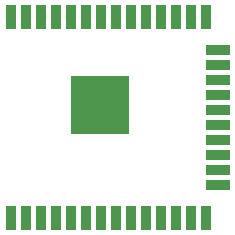
<source format=gbp>
G04 #@! TF.GenerationSoftware,KiCad,Pcbnew,(5.1.5-0-10_14)*
G04 #@! TF.CreationDate,2019-12-22T16:06:01+01:00*
G04 #@! TF.ProjectId,hackerspacesnl,6861636b-6572-4737-9061-6365736e6c2e,rev?*
G04 #@! TF.SameCoordinates,Original*
G04 #@! TF.FileFunction,Paste,Bot*
G04 #@! TF.FilePolarity,Positive*
%FSLAX46Y46*%
G04 Gerber Fmt 4.6, Leading zero omitted, Abs format (unit mm)*
G04 Created by KiCad (PCBNEW (5.1.5-0-10_14)) date 2019-12-22 16:06:01*
%MOMM*%
%LPD*%
G04 APERTURE LIST*
%ADD10R,0.900000X2.000000*%
%ADD11R,2.000000X0.900000*%
%ADD12R,5.000000X5.000000*%
G04 APERTURE END LIST*
D10*
X40264700Y-85135100D03*
X41534700Y-85135100D03*
X42804700Y-85135100D03*
X44074700Y-85135100D03*
X45344700Y-85135100D03*
X46614700Y-85135100D03*
X47884700Y-85135100D03*
X49154700Y-85135100D03*
X50424700Y-85135100D03*
X51694700Y-85135100D03*
X52964700Y-85135100D03*
X54234700Y-85135100D03*
X55504700Y-85135100D03*
X56774700Y-85135100D03*
D11*
X57774700Y-82350100D03*
X57774700Y-81080100D03*
X57774700Y-79810100D03*
X57774700Y-78540100D03*
X57774700Y-77270100D03*
X57774700Y-76000100D03*
X57774700Y-74730100D03*
X57774700Y-73460100D03*
X57774700Y-72190100D03*
X57774700Y-70920100D03*
D10*
X56774700Y-68135100D03*
X55504700Y-68135100D03*
X54234700Y-68135100D03*
X52964700Y-68135100D03*
X51694700Y-68135100D03*
X50424700Y-68135100D03*
X49154700Y-68135100D03*
X47884700Y-68135100D03*
X46614700Y-68135100D03*
X45344700Y-68135100D03*
X44074700Y-68135100D03*
X42804700Y-68135100D03*
X41534700Y-68135100D03*
X40264700Y-68135100D03*
D12*
X47764700Y-75635100D03*
M02*

</source>
